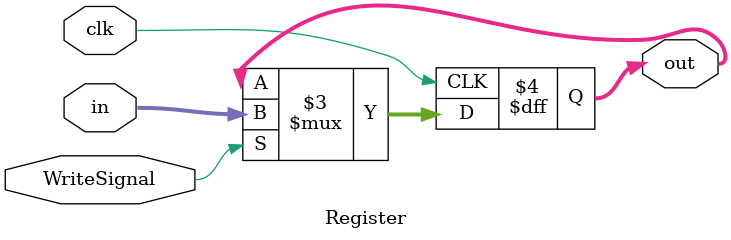
<source format=v>
module Register(clk,WriteSignal,in,out);//有Write就要有clk
    input clk;
    input WriteSignal;
    input[31:0] in;
    output reg [31:0] out;

    always@(negedge clk)//写入在下降沿
        begin
            out <= (WriteSignal == 1) ? in : out;
        end
endmodule
</source>
